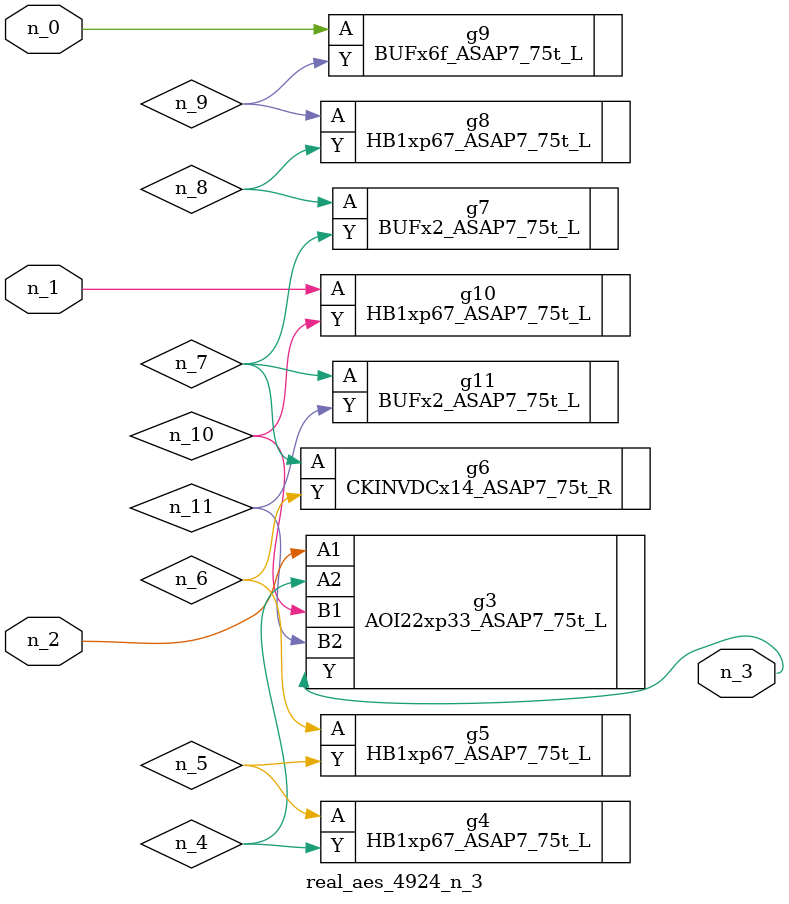
<source format=v>
module real_aes_4924_n_3 (n_0, n_2, n_1, n_3);
input n_0;
input n_2;
input n_1;
output n_3;
wire n_4;
wire n_5;
wire n_7;
wire n_8;
wire n_6;
wire n_9;
wire n_10;
wire n_11;
BUFx6f_ASAP7_75t_L g9 ( .A(n_0), .Y(n_9) );
HB1xp67_ASAP7_75t_L g10 ( .A(n_1), .Y(n_10) );
AOI22xp33_ASAP7_75t_L g3 ( .A1(n_2), .A2(n_4), .B1(n_10), .B2(n_11), .Y(n_3) );
HB1xp67_ASAP7_75t_L g4 ( .A(n_5), .Y(n_4) );
HB1xp67_ASAP7_75t_L g5 ( .A(n_6), .Y(n_5) );
CKINVDCx14_ASAP7_75t_R g6 ( .A(n_7), .Y(n_6) );
BUFx2_ASAP7_75t_L g11 ( .A(n_7), .Y(n_11) );
BUFx2_ASAP7_75t_L g7 ( .A(n_8), .Y(n_7) );
HB1xp67_ASAP7_75t_L g8 ( .A(n_9), .Y(n_8) );
endmodule
</source>
